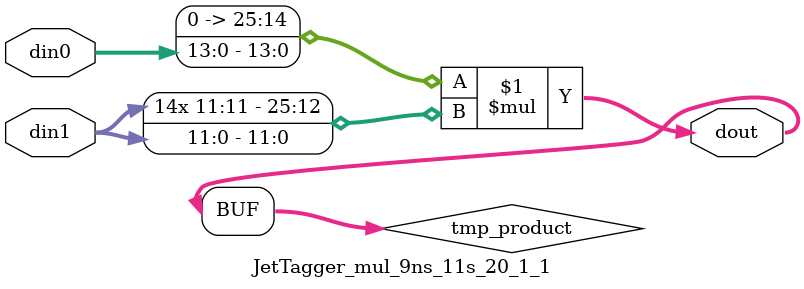
<source format=v>

`timescale 1 ns / 1 ps

  module JetTagger_mul_9ns_11s_20_1_1(din0, din1, dout);
parameter ID = 1;
parameter NUM_STAGE = 0;
parameter din0_WIDTH = 14;
parameter din1_WIDTH = 12;
parameter dout_WIDTH = 26;

input [din0_WIDTH - 1 : 0] din0; 
input [din1_WIDTH - 1 : 0] din1; 
output [dout_WIDTH - 1 : 0] dout;

wire signed [dout_WIDTH - 1 : 0] tmp_product;











assign tmp_product = $signed({1'b0, din0}) * $signed(din1);










assign dout = tmp_product;







endmodule

</source>
